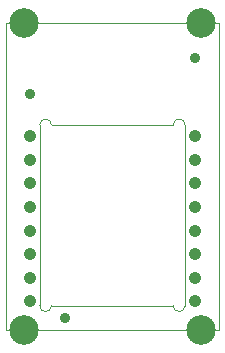
<source format=gbr>
G04 #@! TF.GenerationSoftware,KiCad,Pcbnew,6.0.10+dfsg-1~bpo11+1*
G04 #@! TF.ProjectId,bot,626f742e-6b69-4636-9164-5f7063625858,rev?*
G04 #@! TF.SameCoordinates,Original*
G04 #@! TF.FileFunction,Soldermask,Bot*
G04 #@! TF.FilePolarity,Negative*
%FSLAX46Y46*%
G04 Gerber Fmt 4.6, Leading zero omitted, Abs format (unit mm)*
%MOMM*%
%LPD*%
G01*
G04 APERTURE LIST*
G04 #@! TA.AperFunction,Profile*
%ADD10C,0.120000*%
G04 #@! TD*
%ADD11C,0.900000*%
%ADD12C,2.500000*%
%ADD13C,1.050000*%
G04 APERTURE END LIST*
D10*
X126500000Y-100000000D02*
X144500000Y-100000000D01*
X144500000Y-100000000D02*
X144500000Y-126000000D01*
X144500000Y-126000000D02*
X126500000Y-126000000D01*
X126500000Y-126000000D02*
X126500000Y-100000000D01*
X129350000Y-108650000D02*
X129350000Y-123950000D01*
X140650000Y-108650000D02*
X130350000Y-108650000D01*
X141650000Y-123950000D02*
X141650000Y-108650000D01*
X130350000Y-123950000D02*
X140650000Y-123950000D01*
X141650000Y-108650000D02*
G75*
G03*
X140650000Y-108650000I-500000J0D01*
G01*
X140650000Y-123950000D02*
G75*
G03*
X141650000Y-123950000I500000J0D01*
G01*
X129350000Y-123950000D02*
G75*
G03*
X130350000Y-123950000I500000J0D01*
G01*
X130350000Y-108650000D02*
G75*
G03*
X129350000Y-108650000I-500000J0D01*
G01*
D11*
X131500000Y-125000000D03*
X128500000Y-106000000D03*
X142500000Y-103000000D03*
D12*
X128000000Y-100000000D03*
X143000000Y-100000000D03*
X143000000Y-126000000D03*
X128000000Y-126000000D03*
D13*
X128500000Y-111600000D03*
X142500000Y-123600000D03*
X142500000Y-121600000D03*
X128500000Y-113600000D03*
X128500000Y-115600000D03*
X142500000Y-111600000D03*
X142500000Y-119600000D03*
X128500000Y-109600000D03*
X142500000Y-109600000D03*
X142500000Y-115600000D03*
X128500000Y-121600000D03*
X142500000Y-113600000D03*
X142500000Y-117600000D03*
X128500000Y-119600000D03*
X128500000Y-123600000D03*
X128500000Y-117600000D03*
M02*

</source>
